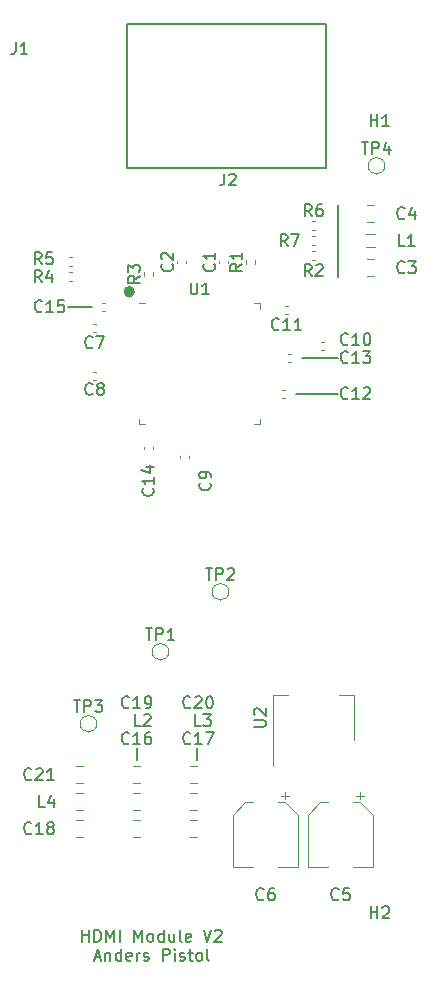
<source format=gbr>
%TF.GenerationSoftware,KiCad,Pcbnew,6.0.5*%
%TF.CreationDate,2022-05-15T12:23:51+02:00*%
%TF.ProjectId,hdmi brd,68646d69-2062-4726-942e-6b696361645f,rev?*%
%TF.SameCoordinates,Original*%
%TF.FileFunction,Legend,Top*%
%TF.FilePolarity,Positive*%
%FSLAX46Y46*%
G04 Gerber Fmt 4.6, Leading zero omitted, Abs format (unit mm)*
G04 Created by KiCad (PCBNEW 6.0.5) date 2022-05-15 12:23:51*
%MOMM*%
%LPD*%
G01*
G04 APERTURE LIST*
%ADD10C,0.150000*%
%ADD11C,0.475000*%
%ADD12C,0.127000*%
%ADD13C,0.120000*%
G04 APERTURE END LIST*
D10*
X91186000Y-107442000D02*
X91186000Y-108458000D01*
D11*
X90807500Y-68834000D02*
G75*
G03*
X90807500Y-68834000I-237500J0D01*
G01*
D10*
X105156000Y-74422000D02*
X108204000Y-74422000D01*
X108204000Y-77470000D02*
X104648000Y-77470000D01*
X96266000Y-107442000D02*
X96266000Y-108458000D01*
X87376000Y-70104000D02*
X85344000Y-70104000D01*
X108204000Y-61468000D02*
X108204000Y-67564000D01*
X86575047Y-123853380D02*
X86575047Y-122853380D01*
X86575047Y-123329571D02*
X87146476Y-123329571D01*
X87146476Y-123853380D02*
X87146476Y-122853380D01*
X87622666Y-123853380D02*
X87622666Y-122853380D01*
X87860761Y-122853380D01*
X88003619Y-122901000D01*
X88098857Y-122996238D01*
X88146476Y-123091476D01*
X88194095Y-123281952D01*
X88194095Y-123424809D01*
X88146476Y-123615285D01*
X88098857Y-123710523D01*
X88003619Y-123805761D01*
X87860761Y-123853380D01*
X87622666Y-123853380D01*
X88622666Y-123853380D02*
X88622666Y-122853380D01*
X88955999Y-123567666D01*
X89289333Y-122853380D01*
X89289333Y-123853380D01*
X89765523Y-123853380D02*
X89765523Y-122853380D01*
X91003619Y-123853380D02*
X91003619Y-122853380D01*
X91336952Y-123567666D01*
X91670285Y-122853380D01*
X91670285Y-123853380D01*
X92289333Y-123853380D02*
X92194095Y-123805761D01*
X92146476Y-123758142D01*
X92098857Y-123662904D01*
X92098857Y-123377190D01*
X92146476Y-123281952D01*
X92194095Y-123234333D01*
X92289333Y-123186714D01*
X92432190Y-123186714D01*
X92527428Y-123234333D01*
X92575047Y-123281952D01*
X92622666Y-123377190D01*
X92622666Y-123662904D01*
X92575047Y-123758142D01*
X92527428Y-123805761D01*
X92432190Y-123853380D01*
X92289333Y-123853380D01*
X93479809Y-123853380D02*
X93479809Y-122853380D01*
X93479809Y-123805761D02*
X93384571Y-123853380D01*
X93194095Y-123853380D01*
X93098857Y-123805761D01*
X93051238Y-123758142D01*
X93003619Y-123662904D01*
X93003619Y-123377190D01*
X93051238Y-123281952D01*
X93098857Y-123234333D01*
X93194095Y-123186714D01*
X93384571Y-123186714D01*
X93479809Y-123234333D01*
X94384571Y-123186714D02*
X94384571Y-123853380D01*
X93955999Y-123186714D02*
X93955999Y-123710523D01*
X94003619Y-123805761D01*
X94098857Y-123853380D01*
X94241714Y-123853380D01*
X94336952Y-123805761D01*
X94384571Y-123758142D01*
X95003619Y-123853380D02*
X94908380Y-123805761D01*
X94860761Y-123710523D01*
X94860761Y-122853380D01*
X95765523Y-123805761D02*
X95670285Y-123853380D01*
X95479809Y-123853380D01*
X95384571Y-123805761D01*
X95336952Y-123710523D01*
X95336952Y-123329571D01*
X95384571Y-123234333D01*
X95479809Y-123186714D01*
X95670285Y-123186714D01*
X95765523Y-123234333D01*
X95813142Y-123329571D01*
X95813142Y-123424809D01*
X95336952Y-123520047D01*
X96860761Y-122853380D02*
X97194095Y-123853380D01*
X97527428Y-122853380D01*
X97813142Y-122948619D02*
X97860761Y-122901000D01*
X97955999Y-122853380D01*
X98194095Y-122853380D01*
X98289333Y-122901000D01*
X98336952Y-122948619D01*
X98384571Y-123043857D01*
X98384571Y-123139095D01*
X98336952Y-123281952D01*
X97765523Y-123853380D01*
X98384571Y-123853380D01*
X87646476Y-125177666D02*
X88122666Y-125177666D01*
X87551238Y-125463380D02*
X87884571Y-124463380D01*
X88217904Y-125463380D01*
X88551238Y-124796714D02*
X88551238Y-125463380D01*
X88551238Y-124891952D02*
X88598857Y-124844333D01*
X88694095Y-124796714D01*
X88836952Y-124796714D01*
X88932190Y-124844333D01*
X88979809Y-124939571D01*
X88979809Y-125463380D01*
X89884571Y-125463380D02*
X89884571Y-124463380D01*
X89884571Y-125415761D02*
X89789333Y-125463380D01*
X89598857Y-125463380D01*
X89503619Y-125415761D01*
X89456000Y-125368142D01*
X89408380Y-125272904D01*
X89408380Y-124987190D01*
X89456000Y-124891952D01*
X89503619Y-124844333D01*
X89598857Y-124796714D01*
X89789333Y-124796714D01*
X89884571Y-124844333D01*
X90741714Y-125415761D02*
X90646476Y-125463380D01*
X90456000Y-125463380D01*
X90360761Y-125415761D01*
X90313142Y-125320523D01*
X90313142Y-124939571D01*
X90360761Y-124844333D01*
X90456000Y-124796714D01*
X90646476Y-124796714D01*
X90741714Y-124844333D01*
X90789333Y-124939571D01*
X90789333Y-125034809D01*
X90313142Y-125130047D01*
X91217904Y-125463380D02*
X91217904Y-124796714D01*
X91217904Y-124987190D02*
X91265523Y-124891952D01*
X91313142Y-124844333D01*
X91408380Y-124796714D01*
X91503619Y-124796714D01*
X91789333Y-125415761D02*
X91884571Y-125463380D01*
X92075047Y-125463380D01*
X92170285Y-125415761D01*
X92217904Y-125320523D01*
X92217904Y-125272904D01*
X92170285Y-125177666D01*
X92075047Y-125130047D01*
X91932190Y-125130047D01*
X91836952Y-125082428D01*
X91789333Y-124987190D01*
X91789333Y-124939571D01*
X91836952Y-124844333D01*
X91932190Y-124796714D01*
X92075047Y-124796714D01*
X92170285Y-124844333D01*
X93408380Y-125463380D02*
X93408380Y-124463380D01*
X93789333Y-124463380D01*
X93884571Y-124511000D01*
X93932190Y-124558619D01*
X93979809Y-124653857D01*
X93979809Y-124796714D01*
X93932190Y-124891952D01*
X93884571Y-124939571D01*
X93789333Y-124987190D01*
X93408380Y-124987190D01*
X94408380Y-125463380D02*
X94408380Y-124796714D01*
X94408380Y-124463380D02*
X94360761Y-124511000D01*
X94408380Y-124558619D01*
X94456000Y-124511000D01*
X94408380Y-124463380D01*
X94408380Y-124558619D01*
X94836952Y-125415761D02*
X94932190Y-125463380D01*
X95122666Y-125463380D01*
X95217904Y-125415761D01*
X95265523Y-125320523D01*
X95265523Y-125272904D01*
X95217904Y-125177666D01*
X95122666Y-125130047D01*
X94979809Y-125130047D01*
X94884571Y-125082428D01*
X94836952Y-124987190D01*
X94836952Y-124939571D01*
X94884571Y-124844333D01*
X94979809Y-124796714D01*
X95122666Y-124796714D01*
X95217904Y-124844333D01*
X95551238Y-124796714D02*
X95932190Y-124796714D01*
X95694095Y-124463380D02*
X95694095Y-125320523D01*
X95741714Y-125415761D01*
X95836952Y-125463380D01*
X95932190Y-125463380D01*
X96408380Y-125463380D02*
X96313142Y-125415761D01*
X96265523Y-125368142D01*
X96217904Y-125272904D01*
X96217904Y-124987190D01*
X96265523Y-124891952D01*
X96313142Y-124844333D01*
X96408380Y-124796714D01*
X96551238Y-124796714D01*
X96646476Y-124844333D01*
X96694095Y-124891952D01*
X96741714Y-124987190D01*
X96741714Y-125272904D01*
X96694095Y-125368142D01*
X96646476Y-125415761D01*
X96551238Y-125463380D01*
X96408380Y-125463380D01*
X97313142Y-125463380D02*
X97217904Y-125415761D01*
X97170285Y-125320523D01*
X97170285Y-124463380D01*
%TO.C,J2*%
X98599666Y-58833280D02*
X98599666Y-59547566D01*
X98552047Y-59690423D01*
X98456809Y-59785661D01*
X98313952Y-59833280D01*
X98218714Y-59833280D01*
X99028238Y-58928519D02*
X99075857Y-58880900D01*
X99171095Y-58833280D01*
X99409190Y-58833280D01*
X99504428Y-58880900D01*
X99552047Y-58928519D01*
X99599666Y-59023757D01*
X99599666Y-59118995D01*
X99552047Y-59261852D01*
X98980619Y-59833280D01*
X99599666Y-59833280D01*
%TO.C,C2*%
X94193142Y-66460666D02*
X94240761Y-66508285D01*
X94288380Y-66651142D01*
X94288380Y-66746380D01*
X94240761Y-66889238D01*
X94145523Y-66984476D01*
X94050285Y-67032095D01*
X93859809Y-67079714D01*
X93716952Y-67079714D01*
X93526476Y-67032095D01*
X93431238Y-66984476D01*
X93336000Y-66889238D01*
X93288380Y-66746380D01*
X93288380Y-66651142D01*
X93336000Y-66508285D01*
X93383619Y-66460666D01*
X93383619Y-66079714D02*
X93336000Y-66032095D01*
X93288380Y-65936857D01*
X93288380Y-65698761D01*
X93336000Y-65603523D01*
X93383619Y-65555904D01*
X93478857Y-65508285D01*
X93574095Y-65508285D01*
X93716952Y-65555904D01*
X94288380Y-66127333D01*
X94288380Y-65508285D01*
%TO.C,TP3*%
X85860095Y-103414380D02*
X86431523Y-103414380D01*
X86145809Y-104414380D02*
X86145809Y-103414380D01*
X86764857Y-104414380D02*
X86764857Y-103414380D01*
X87145809Y-103414380D01*
X87241047Y-103462000D01*
X87288666Y-103509619D01*
X87336285Y-103604857D01*
X87336285Y-103747714D01*
X87288666Y-103842952D01*
X87241047Y-103890571D01*
X87145809Y-103938190D01*
X86764857Y-103938190D01*
X87669619Y-103414380D02*
X88288666Y-103414380D01*
X87955333Y-103795333D01*
X88098190Y-103795333D01*
X88193428Y-103842952D01*
X88241047Y-103890571D01*
X88288666Y-103985809D01*
X88288666Y-104223904D01*
X88241047Y-104319142D01*
X88193428Y-104366761D01*
X88098190Y-104414380D01*
X87812476Y-104414380D01*
X87717238Y-104366761D01*
X87669619Y-104319142D01*
%TO.C,C11*%
X103243142Y-71985142D02*
X103195523Y-72032761D01*
X103052666Y-72080380D01*
X102957428Y-72080380D01*
X102814571Y-72032761D01*
X102719333Y-71937523D01*
X102671714Y-71842285D01*
X102624095Y-71651809D01*
X102624095Y-71508952D01*
X102671714Y-71318476D01*
X102719333Y-71223238D01*
X102814571Y-71128000D01*
X102957428Y-71080380D01*
X103052666Y-71080380D01*
X103195523Y-71128000D01*
X103243142Y-71175619D01*
X104195523Y-72080380D02*
X103624095Y-72080380D01*
X103909809Y-72080380D02*
X103909809Y-71080380D01*
X103814571Y-71223238D01*
X103719333Y-71318476D01*
X103624095Y-71366095D01*
X105147904Y-72080380D02*
X104576476Y-72080380D01*
X104862190Y-72080380D02*
X104862190Y-71080380D01*
X104766952Y-71223238D01*
X104671714Y-71318476D01*
X104576476Y-71366095D01*
%TO.C,C15*%
X83177142Y-70461142D02*
X83129523Y-70508761D01*
X82986666Y-70556380D01*
X82891428Y-70556380D01*
X82748571Y-70508761D01*
X82653333Y-70413523D01*
X82605714Y-70318285D01*
X82558095Y-70127809D01*
X82558095Y-69984952D01*
X82605714Y-69794476D01*
X82653333Y-69699238D01*
X82748571Y-69604000D01*
X82891428Y-69556380D01*
X82986666Y-69556380D01*
X83129523Y-69604000D01*
X83177142Y-69651619D01*
X84129523Y-70556380D02*
X83558095Y-70556380D01*
X83843809Y-70556380D02*
X83843809Y-69556380D01*
X83748571Y-69699238D01*
X83653333Y-69794476D01*
X83558095Y-69842095D01*
X85034285Y-69556380D02*
X84558095Y-69556380D01*
X84510476Y-70032571D01*
X84558095Y-69984952D01*
X84653333Y-69937333D01*
X84891428Y-69937333D01*
X84986666Y-69984952D01*
X85034285Y-70032571D01*
X85081904Y-70127809D01*
X85081904Y-70365904D01*
X85034285Y-70461142D01*
X84986666Y-70508761D01*
X84891428Y-70556380D01*
X84653333Y-70556380D01*
X84558095Y-70508761D01*
X84510476Y-70461142D01*
%TO.C,R3*%
X91484380Y-67476666D02*
X91008190Y-67810000D01*
X91484380Y-68048095D02*
X90484380Y-68048095D01*
X90484380Y-67667142D01*
X90532000Y-67571904D01*
X90579619Y-67524285D01*
X90674857Y-67476666D01*
X90817714Y-67476666D01*
X90912952Y-67524285D01*
X90960571Y-67571904D01*
X91008190Y-67667142D01*
X91008190Y-68048095D01*
X90484380Y-67143333D02*
X90484380Y-66524285D01*
X90865333Y-66857619D01*
X90865333Y-66714761D01*
X90912952Y-66619523D01*
X90960571Y-66571904D01*
X91055809Y-66524285D01*
X91293904Y-66524285D01*
X91389142Y-66571904D01*
X91436761Y-66619523D01*
X91484380Y-66714761D01*
X91484380Y-67000476D01*
X91436761Y-67095714D01*
X91389142Y-67143333D01*
%TO.C,C5*%
X108291333Y-120245142D02*
X108243714Y-120292761D01*
X108100857Y-120340380D01*
X108005619Y-120340380D01*
X107862761Y-120292761D01*
X107767523Y-120197523D01*
X107719904Y-120102285D01*
X107672285Y-119911809D01*
X107672285Y-119768952D01*
X107719904Y-119578476D01*
X107767523Y-119483238D01*
X107862761Y-119388000D01*
X108005619Y-119340380D01*
X108100857Y-119340380D01*
X108243714Y-119388000D01*
X108291333Y-119435619D01*
X109196095Y-119340380D02*
X108719904Y-119340380D01*
X108672285Y-119816571D01*
X108719904Y-119768952D01*
X108815142Y-119721333D01*
X109053238Y-119721333D01*
X109148476Y-119768952D01*
X109196095Y-119816571D01*
X109243714Y-119911809D01*
X109243714Y-120149904D01*
X109196095Y-120245142D01*
X109148476Y-120292761D01*
X109053238Y-120340380D01*
X108815142Y-120340380D01*
X108719904Y-120292761D01*
X108672285Y-120245142D01*
%TO.C,C9*%
X97385142Y-85002666D02*
X97432761Y-85050285D01*
X97480380Y-85193142D01*
X97480380Y-85288380D01*
X97432761Y-85431238D01*
X97337523Y-85526476D01*
X97242285Y-85574095D01*
X97051809Y-85621714D01*
X96908952Y-85621714D01*
X96718476Y-85574095D01*
X96623238Y-85526476D01*
X96528000Y-85431238D01*
X96480380Y-85288380D01*
X96480380Y-85193142D01*
X96528000Y-85050285D01*
X96575619Y-85002666D01*
X97480380Y-84526476D02*
X97480380Y-84336000D01*
X97432761Y-84240761D01*
X97385142Y-84193142D01*
X97242285Y-84097904D01*
X97051809Y-84050285D01*
X96670857Y-84050285D01*
X96575619Y-84097904D01*
X96528000Y-84145523D01*
X96480380Y-84240761D01*
X96480380Y-84431238D01*
X96528000Y-84526476D01*
X96575619Y-84574095D01*
X96670857Y-84621714D01*
X96908952Y-84621714D01*
X97004190Y-84574095D01*
X97051809Y-84526476D01*
X97099428Y-84431238D01*
X97099428Y-84240761D01*
X97051809Y-84145523D01*
X97004190Y-84097904D01*
X96908952Y-84050285D01*
%TO.C,L3*%
X96607333Y-105608380D02*
X96131142Y-105608380D01*
X96131142Y-104608380D01*
X96845428Y-104608380D02*
X97464476Y-104608380D01*
X97131142Y-104989333D01*
X97274000Y-104989333D01*
X97369238Y-105036952D01*
X97416857Y-105084571D01*
X97464476Y-105179809D01*
X97464476Y-105417904D01*
X97416857Y-105513142D01*
X97369238Y-105560761D01*
X97274000Y-105608380D01*
X96988285Y-105608380D01*
X96893047Y-105560761D01*
X96845428Y-105513142D01*
%TO.C,L4*%
X83399333Y-112466380D02*
X82923142Y-112466380D01*
X82923142Y-111466380D01*
X84161238Y-111799714D02*
X84161238Y-112466380D01*
X83923142Y-111418761D02*
X83685047Y-112133047D01*
X84304095Y-112133047D01*
%TO.C,C7*%
X87463333Y-73509142D02*
X87415714Y-73556761D01*
X87272857Y-73604380D01*
X87177619Y-73604380D01*
X87034761Y-73556761D01*
X86939523Y-73461523D01*
X86891904Y-73366285D01*
X86844285Y-73175809D01*
X86844285Y-73032952D01*
X86891904Y-72842476D01*
X86939523Y-72747238D01*
X87034761Y-72652000D01*
X87177619Y-72604380D01*
X87272857Y-72604380D01*
X87415714Y-72652000D01*
X87463333Y-72699619D01*
X87796666Y-72604380D02*
X88463333Y-72604380D01*
X88034761Y-73604380D01*
%TO.C,C20*%
X95757142Y-103989142D02*
X95709523Y-104036761D01*
X95566666Y-104084380D01*
X95471428Y-104084380D01*
X95328571Y-104036761D01*
X95233333Y-103941523D01*
X95185714Y-103846285D01*
X95138095Y-103655809D01*
X95138095Y-103512952D01*
X95185714Y-103322476D01*
X95233333Y-103227238D01*
X95328571Y-103132000D01*
X95471428Y-103084380D01*
X95566666Y-103084380D01*
X95709523Y-103132000D01*
X95757142Y-103179619D01*
X96138095Y-103179619D02*
X96185714Y-103132000D01*
X96280952Y-103084380D01*
X96519047Y-103084380D01*
X96614285Y-103132000D01*
X96661904Y-103179619D01*
X96709523Y-103274857D01*
X96709523Y-103370095D01*
X96661904Y-103512952D01*
X96090476Y-104084380D01*
X96709523Y-104084380D01*
X97328571Y-103084380D02*
X97423809Y-103084380D01*
X97519047Y-103132000D01*
X97566666Y-103179619D01*
X97614285Y-103274857D01*
X97661904Y-103465333D01*
X97661904Y-103703428D01*
X97614285Y-103893904D01*
X97566666Y-103989142D01*
X97519047Y-104036761D01*
X97423809Y-104084380D01*
X97328571Y-104084380D01*
X97233333Y-104036761D01*
X97185714Y-103989142D01*
X97138095Y-103893904D01*
X97090476Y-103703428D01*
X97090476Y-103465333D01*
X97138095Y-103274857D01*
X97185714Y-103179619D01*
X97233333Y-103132000D01*
X97328571Y-103084380D01*
%TO.C,C14*%
X92559142Y-85478857D02*
X92606761Y-85526476D01*
X92654380Y-85669333D01*
X92654380Y-85764571D01*
X92606761Y-85907428D01*
X92511523Y-86002666D01*
X92416285Y-86050285D01*
X92225809Y-86097904D01*
X92082952Y-86097904D01*
X91892476Y-86050285D01*
X91797238Y-86002666D01*
X91702000Y-85907428D01*
X91654380Y-85764571D01*
X91654380Y-85669333D01*
X91702000Y-85526476D01*
X91749619Y-85478857D01*
X92654380Y-84526476D02*
X92654380Y-85097904D01*
X92654380Y-84812190D02*
X91654380Y-84812190D01*
X91797238Y-84907428D01*
X91892476Y-85002666D01*
X91940095Y-85097904D01*
X91987714Y-83669333D02*
X92654380Y-83669333D01*
X91606761Y-83907428D02*
X92321047Y-84145523D01*
X92321047Y-83526476D01*
%TO.C,C13*%
X109085142Y-74779142D02*
X109037523Y-74826761D01*
X108894666Y-74874380D01*
X108799428Y-74874380D01*
X108656571Y-74826761D01*
X108561333Y-74731523D01*
X108513714Y-74636285D01*
X108466095Y-74445809D01*
X108466095Y-74302952D01*
X108513714Y-74112476D01*
X108561333Y-74017238D01*
X108656571Y-73922000D01*
X108799428Y-73874380D01*
X108894666Y-73874380D01*
X109037523Y-73922000D01*
X109085142Y-73969619D01*
X110037523Y-74874380D02*
X109466095Y-74874380D01*
X109751809Y-74874380D02*
X109751809Y-73874380D01*
X109656571Y-74017238D01*
X109561333Y-74112476D01*
X109466095Y-74160095D01*
X110370857Y-73874380D02*
X110989904Y-73874380D01*
X110656571Y-74255333D01*
X110799428Y-74255333D01*
X110894666Y-74302952D01*
X110942285Y-74350571D01*
X110989904Y-74445809D01*
X110989904Y-74683904D01*
X110942285Y-74779142D01*
X110894666Y-74826761D01*
X110799428Y-74874380D01*
X110513714Y-74874380D01*
X110418476Y-74826761D01*
X110370857Y-74779142D01*
%TO.C,C3*%
X113879333Y-67159142D02*
X113831714Y-67206761D01*
X113688857Y-67254380D01*
X113593619Y-67254380D01*
X113450761Y-67206761D01*
X113355523Y-67111523D01*
X113307904Y-67016285D01*
X113260285Y-66825809D01*
X113260285Y-66682952D01*
X113307904Y-66492476D01*
X113355523Y-66397238D01*
X113450761Y-66302000D01*
X113593619Y-66254380D01*
X113688857Y-66254380D01*
X113831714Y-66302000D01*
X113879333Y-66349619D01*
X114212666Y-66254380D02*
X114831714Y-66254380D01*
X114498380Y-66635333D01*
X114641238Y-66635333D01*
X114736476Y-66682952D01*
X114784095Y-66730571D01*
X114831714Y-66825809D01*
X114831714Y-67063904D01*
X114784095Y-67159142D01*
X114736476Y-67206761D01*
X114641238Y-67254380D01*
X114355523Y-67254380D01*
X114260285Y-67206761D01*
X114212666Y-67159142D01*
%TO.C,C18*%
X82295142Y-114657142D02*
X82247523Y-114704761D01*
X82104666Y-114752380D01*
X82009428Y-114752380D01*
X81866571Y-114704761D01*
X81771333Y-114609523D01*
X81723714Y-114514285D01*
X81676095Y-114323809D01*
X81676095Y-114180952D01*
X81723714Y-113990476D01*
X81771333Y-113895238D01*
X81866571Y-113800000D01*
X82009428Y-113752380D01*
X82104666Y-113752380D01*
X82247523Y-113800000D01*
X82295142Y-113847619D01*
X83247523Y-114752380D02*
X82676095Y-114752380D01*
X82961809Y-114752380D02*
X82961809Y-113752380D01*
X82866571Y-113895238D01*
X82771333Y-113990476D01*
X82676095Y-114038095D01*
X83818952Y-114180952D02*
X83723714Y-114133333D01*
X83676095Y-114085714D01*
X83628476Y-113990476D01*
X83628476Y-113942857D01*
X83676095Y-113847619D01*
X83723714Y-113800000D01*
X83818952Y-113752380D01*
X84009428Y-113752380D01*
X84104666Y-113800000D01*
X84152285Y-113847619D01*
X84199904Y-113942857D01*
X84199904Y-113990476D01*
X84152285Y-114085714D01*
X84104666Y-114133333D01*
X84009428Y-114180952D01*
X83818952Y-114180952D01*
X83723714Y-114228571D01*
X83676095Y-114276190D01*
X83628476Y-114371428D01*
X83628476Y-114561904D01*
X83676095Y-114657142D01*
X83723714Y-114704761D01*
X83818952Y-114752380D01*
X84009428Y-114752380D01*
X84104666Y-114704761D01*
X84152285Y-114657142D01*
X84199904Y-114561904D01*
X84199904Y-114371428D01*
X84152285Y-114276190D01*
X84104666Y-114228571D01*
X84009428Y-114180952D01*
%TO.C,R1*%
X100120380Y-66460666D02*
X99644190Y-66794000D01*
X100120380Y-67032095D02*
X99120380Y-67032095D01*
X99120380Y-66651142D01*
X99168000Y-66555904D01*
X99215619Y-66508285D01*
X99310857Y-66460666D01*
X99453714Y-66460666D01*
X99548952Y-66508285D01*
X99596571Y-66555904D01*
X99644190Y-66651142D01*
X99644190Y-67032095D01*
X100120380Y-65508285D02*
X100120380Y-66079714D01*
X100120380Y-65794000D02*
X99120380Y-65794000D01*
X99263238Y-65889238D01*
X99358476Y-65984476D01*
X99406095Y-66079714D01*
%TO.C,C16*%
X90543142Y-107037142D02*
X90495523Y-107084761D01*
X90352666Y-107132380D01*
X90257428Y-107132380D01*
X90114571Y-107084761D01*
X90019333Y-106989523D01*
X89971714Y-106894285D01*
X89924095Y-106703809D01*
X89924095Y-106560952D01*
X89971714Y-106370476D01*
X90019333Y-106275238D01*
X90114571Y-106180000D01*
X90257428Y-106132380D01*
X90352666Y-106132380D01*
X90495523Y-106180000D01*
X90543142Y-106227619D01*
X91495523Y-107132380D02*
X90924095Y-107132380D01*
X91209809Y-107132380D02*
X91209809Y-106132380D01*
X91114571Y-106275238D01*
X91019333Y-106370476D01*
X90924095Y-106418095D01*
X92352666Y-106132380D02*
X92162190Y-106132380D01*
X92066952Y-106180000D01*
X92019333Y-106227619D01*
X91924095Y-106370476D01*
X91876476Y-106560952D01*
X91876476Y-106941904D01*
X91924095Y-107037142D01*
X91971714Y-107084761D01*
X92066952Y-107132380D01*
X92257428Y-107132380D01*
X92352666Y-107084761D01*
X92400285Y-107037142D01*
X92447904Y-106941904D01*
X92447904Y-106703809D01*
X92400285Y-106608571D01*
X92352666Y-106560952D01*
X92257428Y-106513333D01*
X92066952Y-106513333D01*
X91971714Y-106560952D01*
X91924095Y-106608571D01*
X91876476Y-106703809D01*
%TO.C,L1*%
X113879333Y-64968380D02*
X113403142Y-64968380D01*
X113403142Y-63968380D01*
X114736476Y-64968380D02*
X114165047Y-64968380D01*
X114450761Y-64968380D02*
X114450761Y-63968380D01*
X114355523Y-64111238D01*
X114260285Y-64206476D01*
X114165047Y-64254095D01*
%TO.C,L2*%
X91527333Y-105608380D02*
X91051142Y-105608380D01*
X91051142Y-104608380D01*
X91813047Y-104703619D02*
X91860666Y-104656000D01*
X91955904Y-104608380D01*
X92194000Y-104608380D01*
X92289238Y-104656000D01*
X92336857Y-104703619D01*
X92384476Y-104798857D01*
X92384476Y-104894095D01*
X92336857Y-105036952D01*
X91765428Y-105608380D01*
X92384476Y-105608380D01*
%TO.C,C10*%
X109085142Y-73255142D02*
X109037523Y-73302761D01*
X108894666Y-73350380D01*
X108799428Y-73350380D01*
X108656571Y-73302761D01*
X108561333Y-73207523D01*
X108513714Y-73112285D01*
X108466095Y-72921809D01*
X108466095Y-72778952D01*
X108513714Y-72588476D01*
X108561333Y-72493238D01*
X108656571Y-72398000D01*
X108799428Y-72350380D01*
X108894666Y-72350380D01*
X109037523Y-72398000D01*
X109085142Y-72445619D01*
X110037523Y-73350380D02*
X109466095Y-73350380D01*
X109751809Y-73350380D02*
X109751809Y-72350380D01*
X109656571Y-72493238D01*
X109561333Y-72588476D01*
X109466095Y-72636095D01*
X110656571Y-72350380D02*
X110751809Y-72350380D01*
X110847047Y-72398000D01*
X110894666Y-72445619D01*
X110942285Y-72540857D01*
X110989904Y-72731333D01*
X110989904Y-72969428D01*
X110942285Y-73159904D01*
X110894666Y-73255142D01*
X110847047Y-73302761D01*
X110751809Y-73350380D01*
X110656571Y-73350380D01*
X110561333Y-73302761D01*
X110513714Y-73255142D01*
X110466095Y-73159904D01*
X110418476Y-72969428D01*
X110418476Y-72731333D01*
X110466095Y-72540857D01*
X110513714Y-72445619D01*
X110561333Y-72398000D01*
X110656571Y-72350380D01*
%TO.C,C6*%
X101941333Y-120245142D02*
X101893714Y-120292761D01*
X101750857Y-120340380D01*
X101655619Y-120340380D01*
X101512761Y-120292761D01*
X101417523Y-120197523D01*
X101369904Y-120102285D01*
X101322285Y-119911809D01*
X101322285Y-119768952D01*
X101369904Y-119578476D01*
X101417523Y-119483238D01*
X101512761Y-119388000D01*
X101655619Y-119340380D01*
X101750857Y-119340380D01*
X101893714Y-119388000D01*
X101941333Y-119435619D01*
X102798476Y-119340380D02*
X102608000Y-119340380D01*
X102512761Y-119388000D01*
X102465142Y-119435619D01*
X102369904Y-119578476D01*
X102322285Y-119768952D01*
X102322285Y-120149904D01*
X102369904Y-120245142D01*
X102417523Y-120292761D01*
X102512761Y-120340380D01*
X102703238Y-120340380D01*
X102798476Y-120292761D01*
X102846095Y-120245142D01*
X102893714Y-120149904D01*
X102893714Y-119911809D01*
X102846095Y-119816571D01*
X102798476Y-119768952D01*
X102703238Y-119721333D01*
X102512761Y-119721333D01*
X102417523Y-119768952D01*
X102369904Y-119816571D01*
X102322285Y-119911809D01*
%TO.C,U2*%
X101124380Y-105663904D02*
X101933904Y-105663904D01*
X102029142Y-105616285D01*
X102076761Y-105568666D01*
X102124380Y-105473428D01*
X102124380Y-105282952D01*
X102076761Y-105187714D01*
X102029142Y-105140095D01*
X101933904Y-105092476D01*
X101124380Y-105092476D01*
X101219619Y-104663904D02*
X101172000Y-104616285D01*
X101124380Y-104521047D01*
X101124380Y-104282952D01*
X101172000Y-104187714D01*
X101219619Y-104140095D01*
X101314857Y-104092476D01*
X101410095Y-104092476D01*
X101552952Y-104140095D01*
X102124380Y-104711523D01*
X102124380Y-104092476D01*
%TO.C,C8*%
X87463333Y-77463142D02*
X87415714Y-77510761D01*
X87272857Y-77558380D01*
X87177619Y-77558380D01*
X87034761Y-77510761D01*
X86939523Y-77415523D01*
X86891904Y-77320285D01*
X86844285Y-77129809D01*
X86844285Y-76986952D01*
X86891904Y-76796476D01*
X86939523Y-76701238D01*
X87034761Y-76606000D01*
X87177619Y-76558380D01*
X87272857Y-76558380D01*
X87415714Y-76606000D01*
X87463333Y-76653619D01*
X88034761Y-76986952D02*
X87939523Y-76939333D01*
X87891904Y-76891714D01*
X87844285Y-76796476D01*
X87844285Y-76748857D01*
X87891904Y-76653619D01*
X87939523Y-76606000D01*
X88034761Y-76558380D01*
X88225238Y-76558380D01*
X88320476Y-76606000D01*
X88368095Y-76653619D01*
X88415714Y-76748857D01*
X88415714Y-76796476D01*
X88368095Y-76891714D01*
X88320476Y-76939333D01*
X88225238Y-76986952D01*
X88034761Y-76986952D01*
X87939523Y-77034571D01*
X87891904Y-77082190D01*
X87844285Y-77177428D01*
X87844285Y-77367904D01*
X87891904Y-77463142D01*
X87939523Y-77510761D01*
X88034761Y-77558380D01*
X88225238Y-77558380D01*
X88320476Y-77510761D01*
X88368095Y-77463142D01*
X88415714Y-77367904D01*
X88415714Y-77177428D01*
X88368095Y-77082190D01*
X88320476Y-77034571D01*
X88225238Y-76986952D01*
%TO.C,R6*%
X106005333Y-62428380D02*
X105672000Y-61952190D01*
X105433904Y-62428380D02*
X105433904Y-61428380D01*
X105814857Y-61428380D01*
X105910095Y-61476000D01*
X105957714Y-61523619D01*
X106005333Y-61618857D01*
X106005333Y-61761714D01*
X105957714Y-61856952D01*
X105910095Y-61904571D01*
X105814857Y-61952190D01*
X105433904Y-61952190D01*
X106862476Y-61428380D02*
X106672000Y-61428380D01*
X106576761Y-61476000D01*
X106529142Y-61523619D01*
X106433904Y-61666476D01*
X106386285Y-61856952D01*
X106386285Y-62237904D01*
X106433904Y-62333142D01*
X106481523Y-62380761D01*
X106576761Y-62428380D01*
X106767238Y-62428380D01*
X106862476Y-62380761D01*
X106910095Y-62333142D01*
X106957714Y-62237904D01*
X106957714Y-61999809D01*
X106910095Y-61904571D01*
X106862476Y-61856952D01*
X106767238Y-61809333D01*
X106576761Y-61809333D01*
X106481523Y-61856952D01*
X106433904Y-61904571D01*
X106386285Y-61999809D01*
%TO.C,C19*%
X90543142Y-103989142D02*
X90495523Y-104036761D01*
X90352666Y-104084380D01*
X90257428Y-104084380D01*
X90114571Y-104036761D01*
X90019333Y-103941523D01*
X89971714Y-103846285D01*
X89924095Y-103655809D01*
X89924095Y-103512952D01*
X89971714Y-103322476D01*
X90019333Y-103227238D01*
X90114571Y-103132000D01*
X90257428Y-103084380D01*
X90352666Y-103084380D01*
X90495523Y-103132000D01*
X90543142Y-103179619D01*
X91495523Y-104084380D02*
X90924095Y-104084380D01*
X91209809Y-104084380D02*
X91209809Y-103084380D01*
X91114571Y-103227238D01*
X91019333Y-103322476D01*
X90924095Y-103370095D01*
X91971714Y-104084380D02*
X92162190Y-104084380D01*
X92257428Y-104036761D01*
X92305047Y-103989142D01*
X92400285Y-103846285D01*
X92447904Y-103655809D01*
X92447904Y-103274857D01*
X92400285Y-103179619D01*
X92352666Y-103132000D01*
X92257428Y-103084380D01*
X92066952Y-103084380D01*
X91971714Y-103132000D01*
X91924095Y-103179619D01*
X91876476Y-103274857D01*
X91876476Y-103512952D01*
X91924095Y-103608190D01*
X91971714Y-103655809D01*
X92066952Y-103703428D01*
X92257428Y-103703428D01*
X92352666Y-103655809D01*
X92400285Y-103608190D01*
X92447904Y-103512952D01*
%TO.C,R4*%
X83145333Y-68016380D02*
X82812000Y-67540190D01*
X82573904Y-68016380D02*
X82573904Y-67016380D01*
X82954857Y-67016380D01*
X83050095Y-67064000D01*
X83097714Y-67111619D01*
X83145333Y-67206857D01*
X83145333Y-67349714D01*
X83097714Y-67444952D01*
X83050095Y-67492571D01*
X82954857Y-67540190D01*
X82573904Y-67540190D01*
X84002476Y-67349714D02*
X84002476Y-68016380D01*
X83764380Y-66968761D02*
X83526285Y-67683047D01*
X84145333Y-67683047D01*
%TO.C,R5*%
X83145333Y-66492380D02*
X82812000Y-66016190D01*
X82573904Y-66492380D02*
X82573904Y-65492380D01*
X82954857Y-65492380D01*
X83050095Y-65540000D01*
X83097714Y-65587619D01*
X83145333Y-65682857D01*
X83145333Y-65825714D01*
X83097714Y-65920952D01*
X83050095Y-65968571D01*
X82954857Y-66016190D01*
X82573904Y-66016190D01*
X84050095Y-65492380D02*
X83573904Y-65492380D01*
X83526285Y-65968571D01*
X83573904Y-65920952D01*
X83669142Y-65873333D01*
X83907238Y-65873333D01*
X84002476Y-65920952D01*
X84050095Y-65968571D01*
X84097714Y-66063809D01*
X84097714Y-66301904D01*
X84050095Y-66397142D01*
X84002476Y-66444761D01*
X83907238Y-66492380D01*
X83669142Y-66492380D01*
X83573904Y-66444761D01*
X83526285Y-66397142D01*
%TO.C,U1*%
X95758095Y-68062380D02*
X95758095Y-68871904D01*
X95805714Y-68967142D01*
X95853333Y-69014761D01*
X95948571Y-69062380D01*
X96139047Y-69062380D01*
X96234285Y-69014761D01*
X96281904Y-68967142D01*
X96329523Y-68871904D01*
X96329523Y-68062380D01*
X97329523Y-69062380D02*
X96758095Y-69062380D01*
X97043809Y-69062380D02*
X97043809Y-68062380D01*
X96948571Y-68205238D01*
X96853333Y-68300476D01*
X96758095Y-68348095D01*
%TO.C,R2*%
X106005333Y-67508380D02*
X105672000Y-67032190D01*
X105433904Y-67508380D02*
X105433904Y-66508380D01*
X105814857Y-66508380D01*
X105910095Y-66556000D01*
X105957714Y-66603619D01*
X106005333Y-66698857D01*
X106005333Y-66841714D01*
X105957714Y-66936952D01*
X105910095Y-66984571D01*
X105814857Y-67032190D01*
X105433904Y-67032190D01*
X106386285Y-66603619D02*
X106433904Y-66556000D01*
X106529142Y-66508380D01*
X106767238Y-66508380D01*
X106862476Y-66556000D01*
X106910095Y-66603619D01*
X106957714Y-66698857D01*
X106957714Y-66794095D01*
X106910095Y-66936952D01*
X106338666Y-67508380D01*
X106957714Y-67508380D01*
%TO.C,TP1*%
X91956095Y-97318380D02*
X92527523Y-97318380D01*
X92241809Y-98318380D02*
X92241809Y-97318380D01*
X92860857Y-98318380D02*
X92860857Y-97318380D01*
X93241809Y-97318380D01*
X93337047Y-97366000D01*
X93384666Y-97413619D01*
X93432285Y-97508857D01*
X93432285Y-97651714D01*
X93384666Y-97746952D01*
X93337047Y-97794571D01*
X93241809Y-97842190D01*
X92860857Y-97842190D01*
X94384666Y-98318380D02*
X93813238Y-98318380D01*
X94098952Y-98318380D02*
X94098952Y-97318380D01*
X94003714Y-97461238D01*
X93908476Y-97556476D01*
X93813238Y-97604095D01*
%TO.C,C1*%
X97749142Y-66460666D02*
X97796761Y-66508285D01*
X97844380Y-66651142D01*
X97844380Y-66746380D01*
X97796761Y-66889238D01*
X97701523Y-66984476D01*
X97606285Y-67032095D01*
X97415809Y-67079714D01*
X97272952Y-67079714D01*
X97082476Y-67032095D01*
X96987238Y-66984476D01*
X96892000Y-66889238D01*
X96844380Y-66746380D01*
X96844380Y-66651142D01*
X96892000Y-66508285D01*
X96939619Y-66460666D01*
X97844380Y-65508285D02*
X97844380Y-66079714D01*
X97844380Y-65794000D02*
X96844380Y-65794000D01*
X96987238Y-65889238D01*
X97082476Y-65984476D01*
X97130095Y-66079714D01*
%TO.C,C4*%
X113879333Y-62587142D02*
X113831714Y-62634761D01*
X113688857Y-62682380D01*
X113593619Y-62682380D01*
X113450761Y-62634761D01*
X113355523Y-62539523D01*
X113307904Y-62444285D01*
X113260285Y-62253809D01*
X113260285Y-62110952D01*
X113307904Y-61920476D01*
X113355523Y-61825238D01*
X113450761Y-61730000D01*
X113593619Y-61682380D01*
X113688857Y-61682380D01*
X113831714Y-61730000D01*
X113879333Y-61777619D01*
X114736476Y-62015714D02*
X114736476Y-62682380D01*
X114498380Y-61634761D02*
X114260285Y-62349047D01*
X114879333Y-62349047D01*
%TO.C,H2*%
X110998095Y-121874380D02*
X110998095Y-120874380D01*
X110998095Y-121350571D02*
X111569523Y-121350571D01*
X111569523Y-121874380D02*
X111569523Y-120874380D01*
X111998095Y-120969619D02*
X112045714Y-120922000D01*
X112140952Y-120874380D01*
X112379047Y-120874380D01*
X112474285Y-120922000D01*
X112521904Y-120969619D01*
X112569523Y-121064857D01*
X112569523Y-121160095D01*
X112521904Y-121302952D01*
X111950476Y-121874380D01*
X112569523Y-121874380D01*
%TO.C,TP4*%
X110244095Y-56170380D02*
X110815523Y-56170380D01*
X110529809Y-57170380D02*
X110529809Y-56170380D01*
X111148857Y-57170380D02*
X111148857Y-56170380D01*
X111529809Y-56170380D01*
X111625047Y-56218000D01*
X111672666Y-56265619D01*
X111720285Y-56360857D01*
X111720285Y-56503714D01*
X111672666Y-56598952D01*
X111625047Y-56646571D01*
X111529809Y-56694190D01*
X111148857Y-56694190D01*
X112577428Y-56503714D02*
X112577428Y-57170380D01*
X112339333Y-56122761D02*
X112101238Y-56837047D01*
X112720285Y-56837047D01*
%TO.C,H1*%
X110998095Y-54808380D02*
X110998095Y-53808380D01*
X110998095Y-54284571D02*
X111569523Y-54284571D01*
X111569523Y-54808380D02*
X111569523Y-53808380D01*
X112569523Y-54808380D02*
X111998095Y-54808380D01*
X112283809Y-54808380D02*
X112283809Y-53808380D01*
X112188571Y-53951238D01*
X112093333Y-54046476D01*
X111998095Y-54094095D01*
%TO.C,C17*%
X95757142Y-107037142D02*
X95709523Y-107084761D01*
X95566666Y-107132380D01*
X95471428Y-107132380D01*
X95328571Y-107084761D01*
X95233333Y-106989523D01*
X95185714Y-106894285D01*
X95138095Y-106703809D01*
X95138095Y-106560952D01*
X95185714Y-106370476D01*
X95233333Y-106275238D01*
X95328571Y-106180000D01*
X95471428Y-106132380D01*
X95566666Y-106132380D01*
X95709523Y-106180000D01*
X95757142Y-106227619D01*
X96709523Y-107132380D02*
X96138095Y-107132380D01*
X96423809Y-107132380D02*
X96423809Y-106132380D01*
X96328571Y-106275238D01*
X96233333Y-106370476D01*
X96138095Y-106418095D01*
X97042857Y-106132380D02*
X97709523Y-106132380D01*
X97280952Y-107132380D01*
%TO.C,C21*%
X82295142Y-110085142D02*
X82247523Y-110132761D01*
X82104666Y-110180380D01*
X82009428Y-110180380D01*
X81866571Y-110132761D01*
X81771333Y-110037523D01*
X81723714Y-109942285D01*
X81676095Y-109751809D01*
X81676095Y-109608952D01*
X81723714Y-109418476D01*
X81771333Y-109323238D01*
X81866571Y-109228000D01*
X82009428Y-109180380D01*
X82104666Y-109180380D01*
X82247523Y-109228000D01*
X82295142Y-109275619D01*
X82676095Y-109275619D02*
X82723714Y-109228000D01*
X82818952Y-109180380D01*
X83057047Y-109180380D01*
X83152285Y-109228000D01*
X83199904Y-109275619D01*
X83247523Y-109370857D01*
X83247523Y-109466095D01*
X83199904Y-109608952D01*
X82628476Y-110180380D01*
X83247523Y-110180380D01*
X84199904Y-110180380D02*
X83628476Y-110180380D01*
X83914190Y-110180380D02*
X83914190Y-109180380D01*
X83818952Y-109323238D01*
X83723714Y-109418476D01*
X83628476Y-109466095D01*
%TO.C,R7*%
X103973333Y-64968380D02*
X103640000Y-64492190D01*
X103401904Y-64968380D02*
X103401904Y-63968380D01*
X103782857Y-63968380D01*
X103878095Y-64016000D01*
X103925714Y-64063619D01*
X103973333Y-64158857D01*
X103973333Y-64301714D01*
X103925714Y-64396952D01*
X103878095Y-64444571D01*
X103782857Y-64492190D01*
X103401904Y-64492190D01*
X104306666Y-63968380D02*
X104973333Y-63968380D01*
X104544761Y-64968380D01*
%TO.C,C12*%
X109085142Y-77827142D02*
X109037523Y-77874761D01*
X108894666Y-77922380D01*
X108799428Y-77922380D01*
X108656571Y-77874761D01*
X108561333Y-77779523D01*
X108513714Y-77684285D01*
X108466095Y-77493809D01*
X108466095Y-77350952D01*
X108513714Y-77160476D01*
X108561333Y-77065238D01*
X108656571Y-76970000D01*
X108799428Y-76922380D01*
X108894666Y-76922380D01*
X109037523Y-76970000D01*
X109085142Y-77017619D01*
X110037523Y-77922380D02*
X109466095Y-77922380D01*
X109751809Y-77922380D02*
X109751809Y-76922380D01*
X109656571Y-77065238D01*
X109561333Y-77160476D01*
X109466095Y-77208095D01*
X110418476Y-77017619D02*
X110466095Y-76970000D01*
X110561333Y-76922380D01*
X110799428Y-76922380D01*
X110894666Y-76970000D01*
X110942285Y-77017619D01*
X110989904Y-77112857D01*
X110989904Y-77208095D01*
X110942285Y-77350952D01*
X110370857Y-77922380D01*
X110989904Y-77922380D01*
%TO.C,TP2*%
X97036095Y-92238380D02*
X97607523Y-92238380D01*
X97321809Y-93238380D02*
X97321809Y-92238380D01*
X97940857Y-93238380D02*
X97940857Y-92238380D01*
X98321809Y-92238380D01*
X98417047Y-92286000D01*
X98464666Y-92333619D01*
X98512285Y-92428857D01*
X98512285Y-92571714D01*
X98464666Y-92666952D01*
X98417047Y-92714571D01*
X98321809Y-92762190D01*
X97940857Y-92762190D01*
X98893238Y-92333619D02*
X98940857Y-92286000D01*
X99036095Y-92238380D01*
X99274190Y-92238380D01*
X99369428Y-92286000D01*
X99417047Y-92333619D01*
X99464666Y-92428857D01*
X99464666Y-92524095D01*
X99417047Y-92666952D01*
X98845619Y-93238380D01*
X99464666Y-93238380D01*
%TO.C,J1*%
X80946666Y-47712380D02*
X80946666Y-48426666D01*
X80899047Y-48569523D01*
X80803809Y-48664761D01*
X80660952Y-48712380D01*
X80565714Y-48712380D01*
X81946666Y-48712380D02*
X81375238Y-48712380D01*
X81660952Y-48712380D02*
X81660952Y-47712380D01*
X81565714Y-47855238D01*
X81470476Y-47950476D01*
X81375238Y-47998095D01*
D12*
%TO.C,J2*%
X107206000Y-58315000D02*
X90406000Y-58315000D01*
X90406000Y-58315000D02*
X90406000Y-46165000D01*
X90406000Y-46165000D02*
X107206000Y-46165000D01*
X107206000Y-46165000D02*
X107206000Y-58315000D01*
D13*
%TO.C,C2*%
X94636000Y-66401836D02*
X94636000Y-66186164D01*
X95356000Y-66401836D02*
X95356000Y-66186164D01*
%TO.C,TP3*%
X87822000Y-105410000D02*
G75*
G03*
X87822000Y-105410000I-700000J0D01*
G01*
%TO.C,C11*%
X103778164Y-69998000D02*
X103993836Y-69998000D01*
X103778164Y-70718000D02*
X103993836Y-70718000D01*
%TO.C,C15*%
X88499836Y-70464000D02*
X88284164Y-70464000D01*
X88499836Y-69744000D02*
X88284164Y-69744000D01*
%TO.C,R3*%
X91822000Y-67463641D02*
X91822000Y-67156359D01*
X92582000Y-67463641D02*
X92582000Y-67156359D01*
%TO.C,C5*%
X105672000Y-113112437D02*
X105672000Y-117568000D01*
X111192000Y-113112437D02*
X111192000Y-117568000D01*
X111192000Y-117568000D02*
X109492000Y-117568000D01*
X110127563Y-112048000D02*
X109492000Y-112048000D01*
X110117000Y-111183000D02*
X110117000Y-111808000D01*
X110127563Y-112048000D02*
X111192000Y-113112437D01*
X105672000Y-117568000D02*
X107372000Y-117568000D01*
X106736437Y-112048000D02*
X107372000Y-112048000D01*
X106736437Y-112048000D02*
X105672000Y-113112437D01*
X110429500Y-111495500D02*
X109804500Y-111495500D01*
%TO.C,C9*%
X95610000Y-82696164D02*
X95610000Y-82911836D01*
X94890000Y-82696164D02*
X94890000Y-82911836D01*
%TO.C,L3*%
X95750748Y-111304000D02*
X96273252Y-111304000D01*
X95750748Y-112724000D02*
X96273252Y-112724000D01*
%TO.C,L4*%
X86098748Y-112724000D02*
X86621252Y-112724000D01*
X86098748Y-111304000D02*
X86621252Y-111304000D01*
%TO.C,C7*%
X87737836Y-72242000D02*
X87522164Y-72242000D01*
X87737836Y-71522000D02*
X87522164Y-71522000D01*
%TO.C,C20*%
X95750748Y-108993000D02*
X96273252Y-108993000D01*
X95750748Y-110463000D02*
X96273252Y-110463000D01*
%TO.C,C14*%
X91842000Y-81934164D02*
X91842000Y-82149836D01*
X92562000Y-81934164D02*
X92562000Y-82149836D01*
%TO.C,C13*%
X104032164Y-74062000D02*
X104247836Y-74062000D01*
X104032164Y-74782000D02*
X104247836Y-74782000D01*
%TO.C,C3*%
X111259252Y-66067000D02*
X110736748Y-66067000D01*
X111259252Y-67537000D02*
X110736748Y-67537000D01*
%TO.C,C18*%
X86098748Y-113565000D02*
X86621252Y-113565000D01*
X86098748Y-115035000D02*
X86621252Y-115035000D01*
%TO.C,R1*%
X101218000Y-66447641D02*
X101218000Y-66140359D01*
X100458000Y-66447641D02*
X100458000Y-66140359D01*
%TO.C,C16*%
X90924748Y-115035000D02*
X91447252Y-115035000D01*
X90924748Y-113565000D02*
X91447252Y-113565000D01*
%TO.C,L1*%
X111408242Y-65076000D02*
X110587758Y-65076000D01*
X111408242Y-63956000D02*
X110587758Y-63956000D01*
%TO.C,L2*%
X90924748Y-111304000D02*
X91447252Y-111304000D01*
X90924748Y-112724000D02*
X91447252Y-112724000D01*
%TO.C,C10*%
X106826164Y-73766000D02*
X107041836Y-73766000D01*
X106826164Y-73046000D02*
X107041836Y-73046000D01*
%TO.C,C6*%
X103767000Y-111183000D02*
X103767000Y-111808000D01*
X99322000Y-113112437D02*
X99322000Y-117568000D01*
X104842000Y-117568000D02*
X103142000Y-117568000D01*
X104842000Y-113112437D02*
X104842000Y-117568000D01*
X100386437Y-112048000D02*
X101022000Y-112048000D01*
X99322000Y-117568000D02*
X101022000Y-117568000D01*
X100386437Y-112048000D02*
X99322000Y-113112437D01*
X103777563Y-112048000D02*
X104842000Y-113112437D01*
X104079500Y-111495500D02*
X103454500Y-111495500D01*
X103777563Y-112048000D02*
X103142000Y-112048000D01*
%TO.C,U2*%
X102762000Y-102992000D02*
X104022000Y-102992000D01*
X109582000Y-102992000D02*
X108322000Y-102992000D01*
X102762000Y-109002000D02*
X102762000Y-102992000D01*
X109582000Y-106752000D02*
X109582000Y-102992000D01*
%TO.C,C8*%
X87737836Y-76306000D02*
X87522164Y-76306000D01*
X87737836Y-75586000D02*
X87522164Y-75586000D01*
%TO.C,R6*%
X106325641Y-63626000D02*
X106018359Y-63626000D01*
X106325641Y-62866000D02*
X106018359Y-62866000D01*
%TO.C,C19*%
X90924748Y-108993000D02*
X91447252Y-108993000D01*
X90924748Y-110463000D02*
X91447252Y-110463000D01*
%TO.C,R4*%
X85751641Y-67184000D02*
X85444359Y-67184000D01*
X85751641Y-67944000D02*
X85444359Y-67944000D01*
%TO.C,R5*%
X85751641Y-65914000D02*
X85444359Y-65914000D01*
X85751641Y-66674000D02*
X85444359Y-66674000D01*
%TO.C,U1*%
X91885000Y-80040000D02*
X91410000Y-80040000D01*
X101630000Y-69820000D02*
X101630000Y-70295000D01*
X101155000Y-69820000D02*
X101630000Y-69820000D01*
X101630000Y-80040000D02*
X101630000Y-79565000D01*
X101155000Y-80040000D02*
X101630000Y-80040000D01*
X91410000Y-80040000D02*
X91410000Y-79565000D01*
X91885000Y-69820000D02*
X91410000Y-69820000D01*
%TO.C,R2*%
X106018359Y-65406000D02*
X106325641Y-65406000D01*
X106018359Y-66166000D02*
X106325641Y-66166000D01*
%TO.C,TP1*%
X93918000Y-99314000D02*
G75*
G03*
X93918000Y-99314000I-700000J0D01*
G01*
%TO.C,C1*%
X98912000Y-66401836D02*
X98912000Y-66186164D01*
X98192000Y-66401836D02*
X98192000Y-66186164D01*
%TO.C,C4*%
X110736748Y-62965000D02*
X111259252Y-62965000D01*
X110736748Y-61495000D02*
X111259252Y-61495000D01*
%TO.C,TP4*%
X112206000Y-58166000D02*
G75*
G03*
X112206000Y-58166000I-700000J0D01*
G01*
%TO.C,C17*%
X95750748Y-115035000D02*
X96273252Y-115035000D01*
X95750748Y-113565000D02*
X96273252Y-113565000D01*
%TO.C,C21*%
X86098748Y-110463000D02*
X86621252Y-110463000D01*
X86098748Y-108993000D02*
X86621252Y-108993000D01*
%TO.C,R7*%
X106325641Y-64136000D02*
X106018359Y-64136000D01*
X106325641Y-64896000D02*
X106018359Y-64896000D01*
%TO.C,C12*%
X103524164Y-77830000D02*
X103739836Y-77830000D01*
X103524164Y-77110000D02*
X103739836Y-77110000D01*
%TO.C,TP2*%
X98998000Y-94234000D02*
G75*
G03*
X98998000Y-94234000I-700000J0D01*
G01*
%TD*%
M02*

</source>
